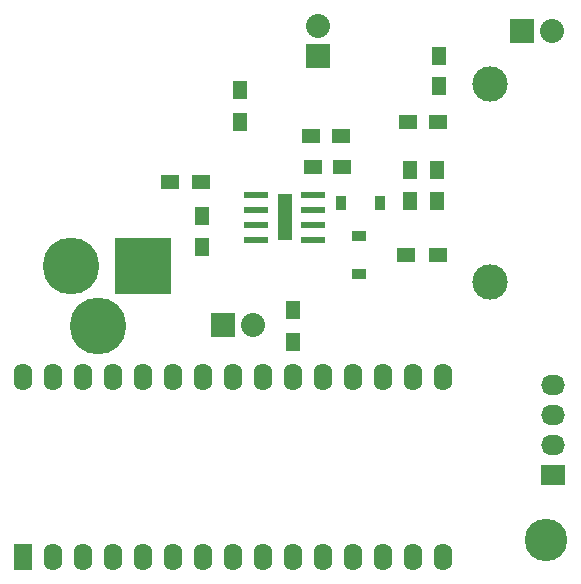
<source format=gbr>
G04 #@! TF.FileFunction,Soldermask,Top*
%FSLAX46Y46*%
G04 Gerber Fmt 4.6, Leading zero omitted, Abs format (unit mm)*
G04 Created by KiCad (PCBNEW 4.0.2-stable) date Sunday, December 18, 2016 'PMt' 04:17:45 PM*
%MOMM*%
G01*
G04 APERTURE LIST*
%ADD10C,0.100000*%
%ADD11R,1.574800X2.286000*%
%ADD12O,1.574800X2.286000*%
%ADD13C,4.800600*%
%ADD14R,4.800600X4.800600*%
%ADD15C,3.600000*%
%ADD16C,3.000000*%
%ADD17R,1.500000X1.250000*%
%ADD18R,1.220000X0.910000*%
%ADD19R,0.910000X1.220000*%
%ADD20R,2.032000X2.032000*%
%ADD21O,2.032000X2.032000*%
%ADD22R,1.300000X1.500000*%
%ADD23R,1.500000X1.300000*%
%ADD24R,2.000000X0.500000*%
%ADD25R,1.300000X4.000000*%
%ADD26R,2.032000X1.727200*%
%ADD27O,2.032000X1.727200*%
%ADD28R,1.250000X1.500000*%
G04 APERTURE END LIST*
D10*
D11*
X65950000Y-107620000D03*
D12*
X68490000Y-107620000D03*
X71030000Y-107620000D03*
X73570000Y-107620000D03*
X76110000Y-107620000D03*
X78650000Y-107620000D03*
X81190000Y-107620000D03*
X83730000Y-107620000D03*
X86270000Y-107620000D03*
X88810000Y-107620000D03*
X91350000Y-107620000D03*
X93890000Y-107620000D03*
X96430000Y-107620000D03*
X98970000Y-107620000D03*
X101510000Y-107620000D03*
X101510000Y-92380000D03*
X98970000Y-92380000D03*
X96430000Y-92380000D03*
X93890000Y-92380000D03*
X91350000Y-92380000D03*
X88810000Y-92380000D03*
X86270000Y-92380000D03*
X83730000Y-92380000D03*
X81190000Y-92380000D03*
X78650000Y-92380000D03*
X76110000Y-92380000D03*
X73570000Y-92380000D03*
X71030000Y-92380000D03*
X68490000Y-92380000D03*
X65950000Y-92380000D03*
D13*
X70000000Y-83000000D03*
D14*
X76096000Y-83000000D03*
D13*
X72286000Y-88080000D03*
D15*
X110250000Y-106250000D03*
D16*
X105500000Y-84400000D03*
X105500000Y-67600000D03*
D17*
X90350000Y-72000000D03*
X92850000Y-72000000D03*
X98550000Y-70800000D03*
X101050000Y-70800000D03*
D18*
X94400000Y-83735000D03*
X94400000Y-80465000D03*
D19*
X92865000Y-77700000D03*
X96135000Y-77700000D03*
D20*
X82900000Y-88000000D03*
D21*
X85440000Y-88000000D03*
D20*
X90900000Y-65200000D03*
D21*
X90900000Y-62660000D03*
D22*
X81100000Y-81450000D03*
X81100000Y-78750000D03*
X84300000Y-70850000D03*
X84300000Y-68150000D03*
D23*
X78350000Y-75900000D03*
X81050000Y-75900000D03*
D22*
X98700000Y-74850000D03*
X98700000Y-77550000D03*
X101000000Y-77550000D03*
X101000000Y-74850000D03*
X88800000Y-89450000D03*
X88800000Y-86750000D03*
D23*
X101050000Y-82100000D03*
X98350000Y-82100000D03*
D20*
X108200000Y-63100000D03*
D21*
X110740000Y-63100000D03*
D24*
X90500000Y-78265000D03*
X90500000Y-79535000D03*
X90500000Y-80805000D03*
X90500000Y-76995000D03*
X85700000Y-80805000D03*
X85700000Y-79535000D03*
X85700000Y-78265000D03*
X85700000Y-76995000D03*
D25*
X88100000Y-78900000D03*
D26*
X110800000Y-100700000D03*
D27*
X110800000Y-98160000D03*
X110800000Y-95620000D03*
X110800000Y-93080000D03*
D28*
X101200000Y-67750000D03*
X101200000Y-65250000D03*
D17*
X90450000Y-74600000D03*
X92950000Y-74600000D03*
M02*

</source>
